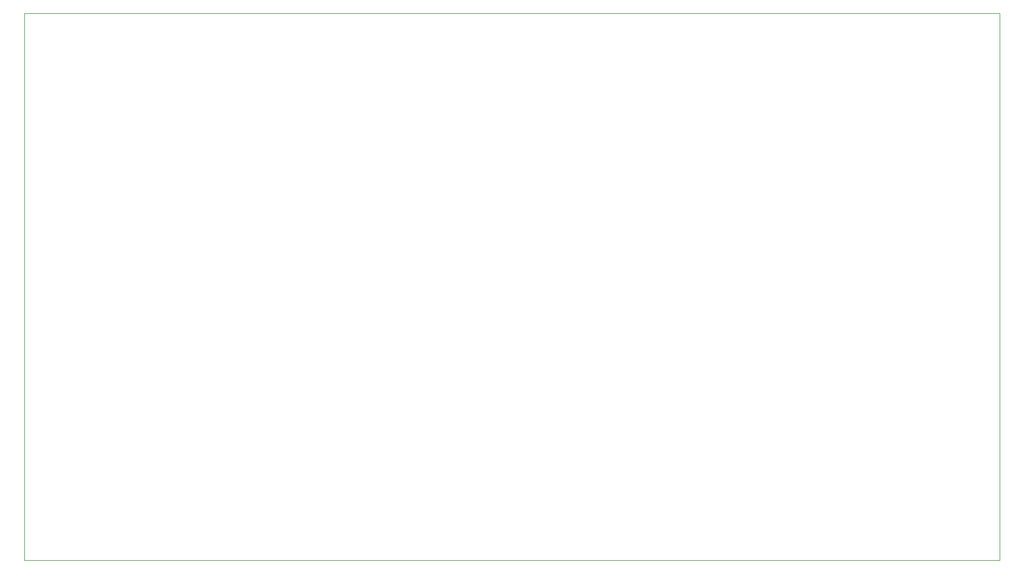
<source format=gbr>
G04 #@! TF.GenerationSoftware,KiCad,Pcbnew,(5.1.5)-3*
G04 #@! TF.CreationDate,2021-04-17T01:47:35+01:00*
G04 #@! TF.ProjectId,Nodo_BMS_1_1,4e6f646f-5f42-44d5-935f-315f312e6b69,rev?*
G04 #@! TF.SameCoordinates,Original*
G04 #@! TF.FileFunction,Profile,NP*
%FSLAX46Y46*%
G04 Gerber Fmt 4.6, Leading zero omitted, Abs format (unit mm)*
G04 Created by KiCad (PCBNEW (5.1.5)-3) date 2021-04-17 01:47:35*
%MOMM*%
%LPD*%
G04 APERTURE LIST*
%ADD10C,0.050000*%
G04 APERTURE END LIST*
D10*
X223520000Y-60071000D02*
X223520000Y-60960000D01*
X74295000Y-60071000D02*
X223520000Y-60071000D01*
X74295000Y-60960000D02*
X74295000Y-60071000D01*
X223520000Y-143764000D02*
X223520000Y-142875000D01*
X74295000Y-143764000D02*
X223520000Y-143764000D01*
X74295000Y-142875000D02*
X74295000Y-143764000D01*
X223520000Y-60960000D02*
X223520000Y-142875000D01*
X74295000Y-142875000D02*
X74295000Y-60960000D01*
M02*

</source>
